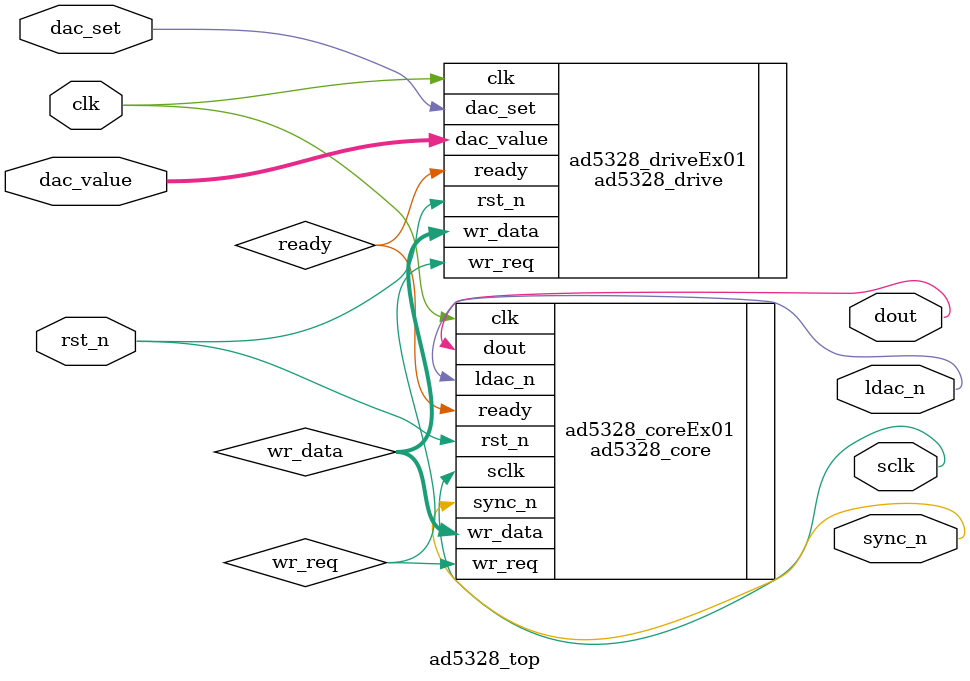
<source format=v>
/*=============================================================================
# FileName    : ad5328_top.v
# Author      : author
# Email       : email@email.com
# Description : 
# Version     : 1.0
# LastChange  : 2016-11-11 16:30:39
# ChangeLog   : 
=============================================================================*/

`timescale  1 ns/1 ps

module ad5328_top
(
    input   wire                clk,
    input   wire                rst_n,

    input   wire                dac_set,
    input   wire [15:0]         dac_value,

    output  wire                ldac_n,
    output  wire                sync_n,
    output  wire                sclk,
    output  wire                dout
);

        wire                    ready;
        wire                    wr_req;
        wire    [15:0]          wr_data;


        reg     [31:00]         cnt;

ad5328_drive    ad5328_driveEx01
(
    .clk          (    clk          ),
    .rst_n        (    rst_n        ),
    .dac_set      (    dac_set      ),
    .dac_value    (    dac_value    ),
    .ready        (    ready        ),
    .wr_req       (    wr_req       ),
    .wr_data      (    wr_data      )
) ;

ad5328_core ad5328_coreEx01
(
    .clk          (    clk          ),
    .rst_n        (    rst_n        ),
    .wr_req       (    wr_req       ),
    .wr_data      (    wr_data      ),
    .ready        (    ready        ),
    .ldac_n       (    ldac_n       ),
    .sync_n       (    sync_n       ),
    .sclk         (    sclk         ),
    .dout         (    dout         )
) ;
endmodule

</source>
